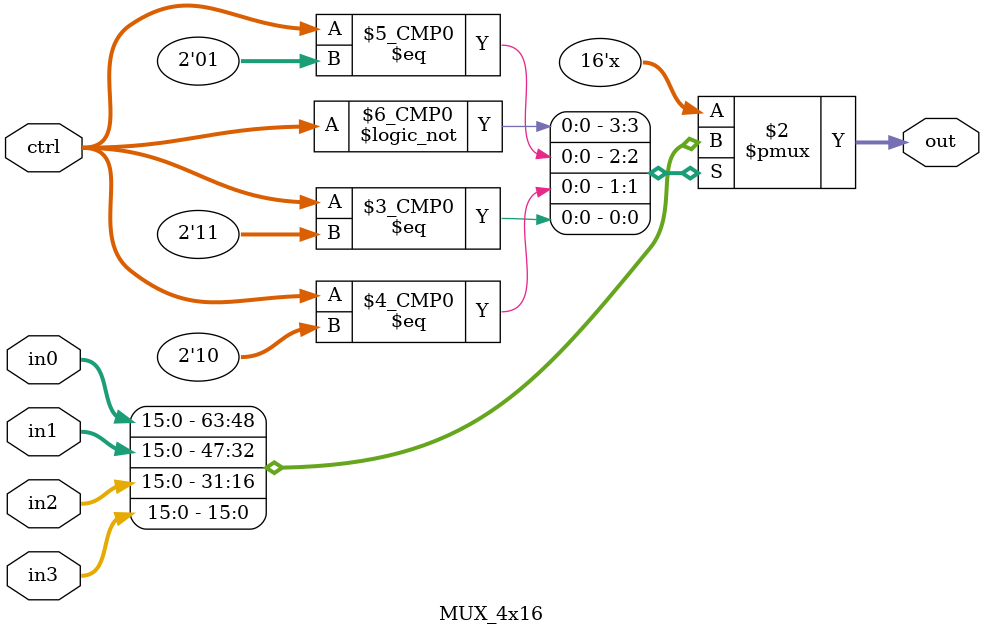
<source format=v>
module MUX_4x16(
    output reg [15:0] out,
    input [15:0] in0,
    input [15:0] in1,
    input [15:0] in2,
    input [15:0] in3,
    input [1:0] ctrl
);

always @(*) begin
    case (ctrl)
        2'b00: out = in0;
        2'b01: out = in1;
        2'b10: out = in2;
        2'b11: out = in3;
        default: out = 16'bz;
    endcase
end

endmodule

</source>
